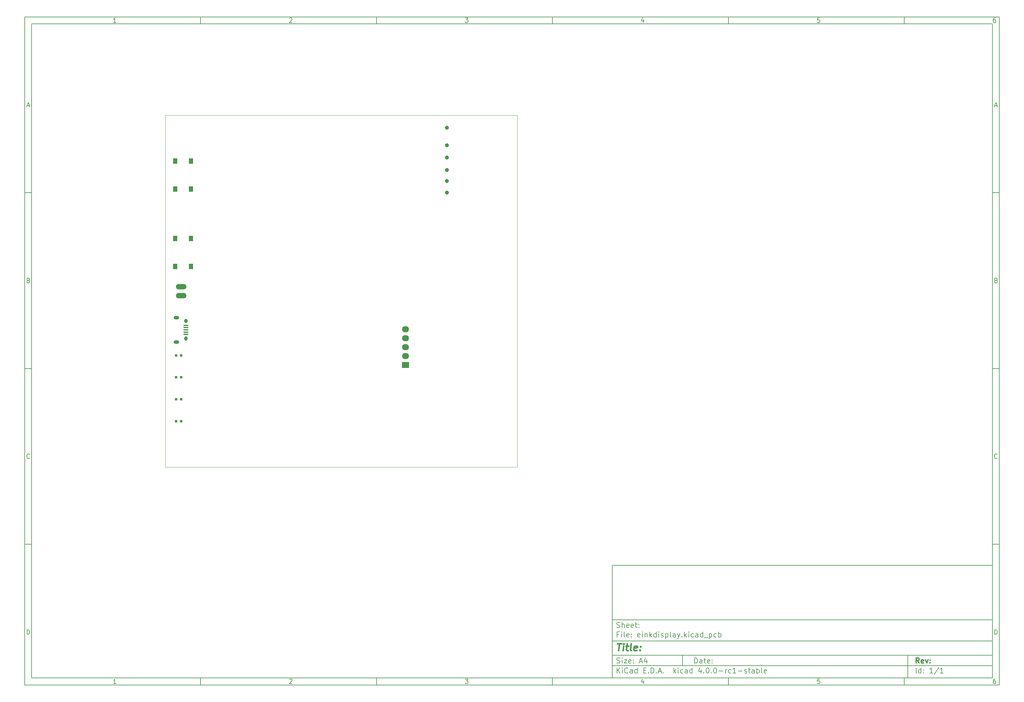
<source format=gbs>
G04 #@! TF.FileFunction,Soldermask,Bot*
%FSLAX46Y46*%
G04 Gerber Fmt 4.6, Leading zero omitted, Abs format (unit mm)*
G04 Created by KiCad (PCBNEW 4.0.0-rc1-stable) date Tue 08 Dec 2015 07:53:02 AM PST*
%MOMM*%
G01*
G04 APERTURE LIST*
%ADD10C,0.100000*%
%ADD11C,0.150000*%
%ADD12C,0.300000*%
%ADD13C,0.400000*%
%ADD14R,0.797560X0.797560*%
%ADD15R,1.300000X1.550000*%
%ADD16O,0.950000X1.250000*%
%ADD17O,1.550000X1.000000*%
%ADD18O,3.014980X1.506220*%
%ADD19R,1.350000X0.400000*%
%ADD20R,2.032000X1.727200*%
%ADD21O,2.032000X1.727200*%
%ADD22C,1.143000*%
G04 APERTURE END LIST*
D10*
D11*
X177002200Y-166007200D02*
X177002200Y-198007200D01*
X285002200Y-198007200D01*
X285002200Y-166007200D01*
X177002200Y-166007200D01*
D10*
D11*
X10000000Y-10000000D02*
X10000000Y-200007200D01*
X287002200Y-200007200D01*
X287002200Y-10000000D01*
X10000000Y-10000000D01*
D10*
D11*
X12000000Y-12000000D02*
X12000000Y-198007200D01*
X285002200Y-198007200D01*
X285002200Y-12000000D01*
X12000000Y-12000000D01*
D10*
D11*
X60000000Y-12000000D02*
X60000000Y-10000000D01*
D10*
D11*
X110000000Y-12000000D02*
X110000000Y-10000000D01*
D10*
D11*
X160000000Y-12000000D02*
X160000000Y-10000000D01*
D10*
D11*
X210000000Y-12000000D02*
X210000000Y-10000000D01*
D10*
D11*
X260000000Y-12000000D02*
X260000000Y-10000000D01*
D10*
D11*
X35990476Y-11588095D02*
X35247619Y-11588095D01*
X35619048Y-11588095D02*
X35619048Y-10288095D01*
X35495238Y-10473810D01*
X35371429Y-10597619D01*
X35247619Y-10659524D01*
D10*
D11*
X85247619Y-10411905D02*
X85309524Y-10350000D01*
X85433333Y-10288095D01*
X85742857Y-10288095D01*
X85866667Y-10350000D01*
X85928571Y-10411905D01*
X85990476Y-10535714D01*
X85990476Y-10659524D01*
X85928571Y-10845238D01*
X85185714Y-11588095D01*
X85990476Y-11588095D01*
D10*
D11*
X135185714Y-10288095D02*
X135990476Y-10288095D01*
X135557143Y-10783333D01*
X135742857Y-10783333D01*
X135866667Y-10845238D01*
X135928571Y-10907143D01*
X135990476Y-11030952D01*
X135990476Y-11340476D01*
X135928571Y-11464286D01*
X135866667Y-11526190D01*
X135742857Y-11588095D01*
X135371429Y-11588095D01*
X135247619Y-11526190D01*
X135185714Y-11464286D01*
D10*
D11*
X185866667Y-10721429D02*
X185866667Y-11588095D01*
X185557143Y-10226190D02*
X185247619Y-11154762D01*
X186052381Y-11154762D01*
D10*
D11*
X235928571Y-10288095D02*
X235309524Y-10288095D01*
X235247619Y-10907143D01*
X235309524Y-10845238D01*
X235433333Y-10783333D01*
X235742857Y-10783333D01*
X235866667Y-10845238D01*
X235928571Y-10907143D01*
X235990476Y-11030952D01*
X235990476Y-11340476D01*
X235928571Y-11464286D01*
X235866667Y-11526190D01*
X235742857Y-11588095D01*
X235433333Y-11588095D01*
X235309524Y-11526190D01*
X235247619Y-11464286D01*
D10*
D11*
X285866667Y-10288095D02*
X285619048Y-10288095D01*
X285495238Y-10350000D01*
X285433333Y-10411905D01*
X285309524Y-10597619D01*
X285247619Y-10845238D01*
X285247619Y-11340476D01*
X285309524Y-11464286D01*
X285371429Y-11526190D01*
X285495238Y-11588095D01*
X285742857Y-11588095D01*
X285866667Y-11526190D01*
X285928571Y-11464286D01*
X285990476Y-11340476D01*
X285990476Y-11030952D01*
X285928571Y-10907143D01*
X285866667Y-10845238D01*
X285742857Y-10783333D01*
X285495238Y-10783333D01*
X285371429Y-10845238D01*
X285309524Y-10907143D01*
X285247619Y-11030952D01*
D10*
D11*
X60000000Y-198007200D02*
X60000000Y-200007200D01*
D10*
D11*
X110000000Y-198007200D02*
X110000000Y-200007200D01*
D10*
D11*
X160000000Y-198007200D02*
X160000000Y-200007200D01*
D10*
D11*
X210000000Y-198007200D02*
X210000000Y-200007200D01*
D10*
D11*
X260000000Y-198007200D02*
X260000000Y-200007200D01*
D10*
D11*
X35990476Y-199595295D02*
X35247619Y-199595295D01*
X35619048Y-199595295D02*
X35619048Y-198295295D01*
X35495238Y-198481010D01*
X35371429Y-198604819D01*
X35247619Y-198666724D01*
D10*
D11*
X85247619Y-198419105D02*
X85309524Y-198357200D01*
X85433333Y-198295295D01*
X85742857Y-198295295D01*
X85866667Y-198357200D01*
X85928571Y-198419105D01*
X85990476Y-198542914D01*
X85990476Y-198666724D01*
X85928571Y-198852438D01*
X85185714Y-199595295D01*
X85990476Y-199595295D01*
D10*
D11*
X135185714Y-198295295D02*
X135990476Y-198295295D01*
X135557143Y-198790533D01*
X135742857Y-198790533D01*
X135866667Y-198852438D01*
X135928571Y-198914343D01*
X135990476Y-199038152D01*
X135990476Y-199347676D01*
X135928571Y-199471486D01*
X135866667Y-199533390D01*
X135742857Y-199595295D01*
X135371429Y-199595295D01*
X135247619Y-199533390D01*
X135185714Y-199471486D01*
D10*
D11*
X185866667Y-198728629D02*
X185866667Y-199595295D01*
X185557143Y-198233390D02*
X185247619Y-199161962D01*
X186052381Y-199161962D01*
D10*
D11*
X235928571Y-198295295D02*
X235309524Y-198295295D01*
X235247619Y-198914343D01*
X235309524Y-198852438D01*
X235433333Y-198790533D01*
X235742857Y-198790533D01*
X235866667Y-198852438D01*
X235928571Y-198914343D01*
X235990476Y-199038152D01*
X235990476Y-199347676D01*
X235928571Y-199471486D01*
X235866667Y-199533390D01*
X235742857Y-199595295D01*
X235433333Y-199595295D01*
X235309524Y-199533390D01*
X235247619Y-199471486D01*
D10*
D11*
X285866667Y-198295295D02*
X285619048Y-198295295D01*
X285495238Y-198357200D01*
X285433333Y-198419105D01*
X285309524Y-198604819D01*
X285247619Y-198852438D01*
X285247619Y-199347676D01*
X285309524Y-199471486D01*
X285371429Y-199533390D01*
X285495238Y-199595295D01*
X285742857Y-199595295D01*
X285866667Y-199533390D01*
X285928571Y-199471486D01*
X285990476Y-199347676D01*
X285990476Y-199038152D01*
X285928571Y-198914343D01*
X285866667Y-198852438D01*
X285742857Y-198790533D01*
X285495238Y-198790533D01*
X285371429Y-198852438D01*
X285309524Y-198914343D01*
X285247619Y-199038152D01*
D10*
D11*
X10000000Y-60000000D02*
X12000000Y-60000000D01*
D10*
D11*
X10000000Y-110000000D02*
X12000000Y-110000000D01*
D10*
D11*
X10000000Y-160000000D02*
X12000000Y-160000000D01*
D10*
D11*
X10690476Y-35216667D02*
X11309524Y-35216667D01*
X10566667Y-35588095D02*
X11000000Y-34288095D01*
X11433333Y-35588095D01*
D10*
D11*
X11092857Y-84907143D02*
X11278571Y-84969048D01*
X11340476Y-85030952D01*
X11402381Y-85154762D01*
X11402381Y-85340476D01*
X11340476Y-85464286D01*
X11278571Y-85526190D01*
X11154762Y-85588095D01*
X10659524Y-85588095D01*
X10659524Y-84288095D01*
X11092857Y-84288095D01*
X11216667Y-84350000D01*
X11278571Y-84411905D01*
X11340476Y-84535714D01*
X11340476Y-84659524D01*
X11278571Y-84783333D01*
X11216667Y-84845238D01*
X11092857Y-84907143D01*
X10659524Y-84907143D01*
D10*
D11*
X11402381Y-135464286D02*
X11340476Y-135526190D01*
X11154762Y-135588095D01*
X11030952Y-135588095D01*
X10845238Y-135526190D01*
X10721429Y-135402381D01*
X10659524Y-135278571D01*
X10597619Y-135030952D01*
X10597619Y-134845238D01*
X10659524Y-134597619D01*
X10721429Y-134473810D01*
X10845238Y-134350000D01*
X11030952Y-134288095D01*
X11154762Y-134288095D01*
X11340476Y-134350000D01*
X11402381Y-134411905D01*
D10*
D11*
X10659524Y-185588095D02*
X10659524Y-184288095D01*
X10969048Y-184288095D01*
X11154762Y-184350000D01*
X11278571Y-184473810D01*
X11340476Y-184597619D01*
X11402381Y-184845238D01*
X11402381Y-185030952D01*
X11340476Y-185278571D01*
X11278571Y-185402381D01*
X11154762Y-185526190D01*
X10969048Y-185588095D01*
X10659524Y-185588095D01*
D10*
D11*
X287002200Y-60000000D02*
X285002200Y-60000000D01*
D10*
D11*
X287002200Y-110000000D02*
X285002200Y-110000000D01*
D10*
D11*
X287002200Y-160000000D02*
X285002200Y-160000000D01*
D10*
D11*
X285692676Y-35216667D02*
X286311724Y-35216667D01*
X285568867Y-35588095D02*
X286002200Y-34288095D01*
X286435533Y-35588095D01*
D10*
D11*
X286095057Y-84907143D02*
X286280771Y-84969048D01*
X286342676Y-85030952D01*
X286404581Y-85154762D01*
X286404581Y-85340476D01*
X286342676Y-85464286D01*
X286280771Y-85526190D01*
X286156962Y-85588095D01*
X285661724Y-85588095D01*
X285661724Y-84288095D01*
X286095057Y-84288095D01*
X286218867Y-84350000D01*
X286280771Y-84411905D01*
X286342676Y-84535714D01*
X286342676Y-84659524D01*
X286280771Y-84783333D01*
X286218867Y-84845238D01*
X286095057Y-84907143D01*
X285661724Y-84907143D01*
D10*
D11*
X286404581Y-135464286D02*
X286342676Y-135526190D01*
X286156962Y-135588095D01*
X286033152Y-135588095D01*
X285847438Y-135526190D01*
X285723629Y-135402381D01*
X285661724Y-135278571D01*
X285599819Y-135030952D01*
X285599819Y-134845238D01*
X285661724Y-134597619D01*
X285723629Y-134473810D01*
X285847438Y-134350000D01*
X286033152Y-134288095D01*
X286156962Y-134288095D01*
X286342676Y-134350000D01*
X286404581Y-134411905D01*
D10*
D11*
X285661724Y-185588095D02*
X285661724Y-184288095D01*
X285971248Y-184288095D01*
X286156962Y-184350000D01*
X286280771Y-184473810D01*
X286342676Y-184597619D01*
X286404581Y-184845238D01*
X286404581Y-185030952D01*
X286342676Y-185278571D01*
X286280771Y-185402381D01*
X286156962Y-185526190D01*
X285971248Y-185588095D01*
X285661724Y-185588095D01*
D10*
D11*
X200359343Y-193785771D02*
X200359343Y-192285771D01*
X200716486Y-192285771D01*
X200930771Y-192357200D01*
X201073629Y-192500057D01*
X201145057Y-192642914D01*
X201216486Y-192928629D01*
X201216486Y-193142914D01*
X201145057Y-193428629D01*
X201073629Y-193571486D01*
X200930771Y-193714343D01*
X200716486Y-193785771D01*
X200359343Y-193785771D01*
X202502200Y-193785771D02*
X202502200Y-193000057D01*
X202430771Y-192857200D01*
X202287914Y-192785771D01*
X202002200Y-192785771D01*
X201859343Y-192857200D01*
X202502200Y-193714343D02*
X202359343Y-193785771D01*
X202002200Y-193785771D01*
X201859343Y-193714343D01*
X201787914Y-193571486D01*
X201787914Y-193428629D01*
X201859343Y-193285771D01*
X202002200Y-193214343D01*
X202359343Y-193214343D01*
X202502200Y-193142914D01*
X203002200Y-192785771D02*
X203573629Y-192785771D01*
X203216486Y-192285771D02*
X203216486Y-193571486D01*
X203287914Y-193714343D01*
X203430772Y-193785771D01*
X203573629Y-193785771D01*
X204645057Y-193714343D02*
X204502200Y-193785771D01*
X204216486Y-193785771D01*
X204073629Y-193714343D01*
X204002200Y-193571486D01*
X204002200Y-193000057D01*
X204073629Y-192857200D01*
X204216486Y-192785771D01*
X204502200Y-192785771D01*
X204645057Y-192857200D01*
X204716486Y-193000057D01*
X204716486Y-193142914D01*
X204002200Y-193285771D01*
X205359343Y-193642914D02*
X205430771Y-193714343D01*
X205359343Y-193785771D01*
X205287914Y-193714343D01*
X205359343Y-193642914D01*
X205359343Y-193785771D01*
X205359343Y-192857200D02*
X205430771Y-192928629D01*
X205359343Y-193000057D01*
X205287914Y-192928629D01*
X205359343Y-192857200D01*
X205359343Y-193000057D01*
D10*
D11*
X177002200Y-194507200D02*
X285002200Y-194507200D01*
D10*
D11*
X178359343Y-196585771D02*
X178359343Y-195085771D01*
X179216486Y-196585771D02*
X178573629Y-195728629D01*
X179216486Y-195085771D02*
X178359343Y-195942914D01*
X179859343Y-196585771D02*
X179859343Y-195585771D01*
X179859343Y-195085771D02*
X179787914Y-195157200D01*
X179859343Y-195228629D01*
X179930771Y-195157200D01*
X179859343Y-195085771D01*
X179859343Y-195228629D01*
X181430772Y-196442914D02*
X181359343Y-196514343D01*
X181145057Y-196585771D01*
X181002200Y-196585771D01*
X180787915Y-196514343D01*
X180645057Y-196371486D01*
X180573629Y-196228629D01*
X180502200Y-195942914D01*
X180502200Y-195728629D01*
X180573629Y-195442914D01*
X180645057Y-195300057D01*
X180787915Y-195157200D01*
X181002200Y-195085771D01*
X181145057Y-195085771D01*
X181359343Y-195157200D01*
X181430772Y-195228629D01*
X182716486Y-196585771D02*
X182716486Y-195800057D01*
X182645057Y-195657200D01*
X182502200Y-195585771D01*
X182216486Y-195585771D01*
X182073629Y-195657200D01*
X182716486Y-196514343D02*
X182573629Y-196585771D01*
X182216486Y-196585771D01*
X182073629Y-196514343D01*
X182002200Y-196371486D01*
X182002200Y-196228629D01*
X182073629Y-196085771D01*
X182216486Y-196014343D01*
X182573629Y-196014343D01*
X182716486Y-195942914D01*
X184073629Y-196585771D02*
X184073629Y-195085771D01*
X184073629Y-196514343D02*
X183930772Y-196585771D01*
X183645058Y-196585771D01*
X183502200Y-196514343D01*
X183430772Y-196442914D01*
X183359343Y-196300057D01*
X183359343Y-195871486D01*
X183430772Y-195728629D01*
X183502200Y-195657200D01*
X183645058Y-195585771D01*
X183930772Y-195585771D01*
X184073629Y-195657200D01*
X185930772Y-195800057D02*
X186430772Y-195800057D01*
X186645058Y-196585771D02*
X185930772Y-196585771D01*
X185930772Y-195085771D01*
X186645058Y-195085771D01*
X187287915Y-196442914D02*
X187359343Y-196514343D01*
X187287915Y-196585771D01*
X187216486Y-196514343D01*
X187287915Y-196442914D01*
X187287915Y-196585771D01*
X188002201Y-196585771D02*
X188002201Y-195085771D01*
X188359344Y-195085771D01*
X188573629Y-195157200D01*
X188716487Y-195300057D01*
X188787915Y-195442914D01*
X188859344Y-195728629D01*
X188859344Y-195942914D01*
X188787915Y-196228629D01*
X188716487Y-196371486D01*
X188573629Y-196514343D01*
X188359344Y-196585771D01*
X188002201Y-196585771D01*
X189502201Y-196442914D02*
X189573629Y-196514343D01*
X189502201Y-196585771D01*
X189430772Y-196514343D01*
X189502201Y-196442914D01*
X189502201Y-196585771D01*
X190145058Y-196157200D02*
X190859344Y-196157200D01*
X190002201Y-196585771D02*
X190502201Y-195085771D01*
X191002201Y-196585771D01*
X191502201Y-196442914D02*
X191573629Y-196514343D01*
X191502201Y-196585771D01*
X191430772Y-196514343D01*
X191502201Y-196442914D01*
X191502201Y-196585771D01*
X194502201Y-196585771D02*
X194502201Y-195085771D01*
X194645058Y-196014343D02*
X195073629Y-196585771D01*
X195073629Y-195585771D02*
X194502201Y-196157200D01*
X195716487Y-196585771D02*
X195716487Y-195585771D01*
X195716487Y-195085771D02*
X195645058Y-195157200D01*
X195716487Y-195228629D01*
X195787915Y-195157200D01*
X195716487Y-195085771D01*
X195716487Y-195228629D01*
X197073630Y-196514343D02*
X196930773Y-196585771D01*
X196645059Y-196585771D01*
X196502201Y-196514343D01*
X196430773Y-196442914D01*
X196359344Y-196300057D01*
X196359344Y-195871486D01*
X196430773Y-195728629D01*
X196502201Y-195657200D01*
X196645059Y-195585771D01*
X196930773Y-195585771D01*
X197073630Y-195657200D01*
X198359344Y-196585771D02*
X198359344Y-195800057D01*
X198287915Y-195657200D01*
X198145058Y-195585771D01*
X197859344Y-195585771D01*
X197716487Y-195657200D01*
X198359344Y-196514343D02*
X198216487Y-196585771D01*
X197859344Y-196585771D01*
X197716487Y-196514343D01*
X197645058Y-196371486D01*
X197645058Y-196228629D01*
X197716487Y-196085771D01*
X197859344Y-196014343D01*
X198216487Y-196014343D01*
X198359344Y-195942914D01*
X199716487Y-196585771D02*
X199716487Y-195085771D01*
X199716487Y-196514343D02*
X199573630Y-196585771D01*
X199287916Y-196585771D01*
X199145058Y-196514343D01*
X199073630Y-196442914D01*
X199002201Y-196300057D01*
X199002201Y-195871486D01*
X199073630Y-195728629D01*
X199145058Y-195657200D01*
X199287916Y-195585771D01*
X199573630Y-195585771D01*
X199716487Y-195657200D01*
X202216487Y-195585771D02*
X202216487Y-196585771D01*
X201859344Y-195014343D02*
X201502201Y-196085771D01*
X202430773Y-196085771D01*
X203002201Y-196442914D02*
X203073629Y-196514343D01*
X203002201Y-196585771D01*
X202930772Y-196514343D01*
X203002201Y-196442914D01*
X203002201Y-196585771D01*
X204002201Y-195085771D02*
X204145058Y-195085771D01*
X204287915Y-195157200D01*
X204359344Y-195228629D01*
X204430773Y-195371486D01*
X204502201Y-195657200D01*
X204502201Y-196014343D01*
X204430773Y-196300057D01*
X204359344Y-196442914D01*
X204287915Y-196514343D01*
X204145058Y-196585771D01*
X204002201Y-196585771D01*
X203859344Y-196514343D01*
X203787915Y-196442914D01*
X203716487Y-196300057D01*
X203645058Y-196014343D01*
X203645058Y-195657200D01*
X203716487Y-195371486D01*
X203787915Y-195228629D01*
X203859344Y-195157200D01*
X204002201Y-195085771D01*
X205145058Y-196442914D02*
X205216486Y-196514343D01*
X205145058Y-196585771D01*
X205073629Y-196514343D01*
X205145058Y-196442914D01*
X205145058Y-196585771D01*
X206145058Y-195085771D02*
X206287915Y-195085771D01*
X206430772Y-195157200D01*
X206502201Y-195228629D01*
X206573630Y-195371486D01*
X206645058Y-195657200D01*
X206645058Y-196014343D01*
X206573630Y-196300057D01*
X206502201Y-196442914D01*
X206430772Y-196514343D01*
X206287915Y-196585771D01*
X206145058Y-196585771D01*
X206002201Y-196514343D01*
X205930772Y-196442914D01*
X205859344Y-196300057D01*
X205787915Y-196014343D01*
X205787915Y-195657200D01*
X205859344Y-195371486D01*
X205930772Y-195228629D01*
X206002201Y-195157200D01*
X206145058Y-195085771D01*
X207287915Y-196014343D02*
X208430772Y-196014343D01*
X209145058Y-196585771D02*
X209145058Y-195585771D01*
X209145058Y-195871486D02*
X209216486Y-195728629D01*
X209287915Y-195657200D01*
X209430772Y-195585771D01*
X209573629Y-195585771D01*
X210716486Y-196514343D02*
X210573629Y-196585771D01*
X210287915Y-196585771D01*
X210145057Y-196514343D01*
X210073629Y-196442914D01*
X210002200Y-196300057D01*
X210002200Y-195871486D01*
X210073629Y-195728629D01*
X210145057Y-195657200D01*
X210287915Y-195585771D01*
X210573629Y-195585771D01*
X210716486Y-195657200D01*
X212145057Y-196585771D02*
X211287914Y-196585771D01*
X211716486Y-196585771D02*
X211716486Y-195085771D01*
X211573629Y-195300057D01*
X211430771Y-195442914D01*
X211287914Y-195514343D01*
X212787914Y-196014343D02*
X213930771Y-196014343D01*
X214573628Y-196514343D02*
X214716485Y-196585771D01*
X215002200Y-196585771D01*
X215145057Y-196514343D01*
X215216485Y-196371486D01*
X215216485Y-196300057D01*
X215145057Y-196157200D01*
X215002200Y-196085771D01*
X214787914Y-196085771D01*
X214645057Y-196014343D01*
X214573628Y-195871486D01*
X214573628Y-195800057D01*
X214645057Y-195657200D01*
X214787914Y-195585771D01*
X215002200Y-195585771D01*
X215145057Y-195657200D01*
X215645057Y-195585771D02*
X216216486Y-195585771D01*
X215859343Y-195085771D02*
X215859343Y-196371486D01*
X215930771Y-196514343D01*
X216073629Y-196585771D01*
X216216486Y-196585771D01*
X217359343Y-196585771D02*
X217359343Y-195800057D01*
X217287914Y-195657200D01*
X217145057Y-195585771D01*
X216859343Y-195585771D01*
X216716486Y-195657200D01*
X217359343Y-196514343D02*
X217216486Y-196585771D01*
X216859343Y-196585771D01*
X216716486Y-196514343D01*
X216645057Y-196371486D01*
X216645057Y-196228629D01*
X216716486Y-196085771D01*
X216859343Y-196014343D01*
X217216486Y-196014343D01*
X217359343Y-195942914D01*
X218073629Y-196585771D02*
X218073629Y-195085771D01*
X218073629Y-195657200D02*
X218216486Y-195585771D01*
X218502200Y-195585771D01*
X218645057Y-195657200D01*
X218716486Y-195728629D01*
X218787915Y-195871486D01*
X218787915Y-196300057D01*
X218716486Y-196442914D01*
X218645057Y-196514343D01*
X218502200Y-196585771D01*
X218216486Y-196585771D01*
X218073629Y-196514343D01*
X219645058Y-196585771D02*
X219502200Y-196514343D01*
X219430772Y-196371486D01*
X219430772Y-195085771D01*
X220787914Y-196514343D02*
X220645057Y-196585771D01*
X220359343Y-196585771D01*
X220216486Y-196514343D01*
X220145057Y-196371486D01*
X220145057Y-195800057D01*
X220216486Y-195657200D01*
X220359343Y-195585771D01*
X220645057Y-195585771D01*
X220787914Y-195657200D01*
X220859343Y-195800057D01*
X220859343Y-195942914D01*
X220145057Y-196085771D01*
D10*
D11*
X177002200Y-191507200D02*
X285002200Y-191507200D01*
D10*
D12*
X264216486Y-193785771D02*
X263716486Y-193071486D01*
X263359343Y-193785771D02*
X263359343Y-192285771D01*
X263930771Y-192285771D01*
X264073629Y-192357200D01*
X264145057Y-192428629D01*
X264216486Y-192571486D01*
X264216486Y-192785771D01*
X264145057Y-192928629D01*
X264073629Y-193000057D01*
X263930771Y-193071486D01*
X263359343Y-193071486D01*
X265430771Y-193714343D02*
X265287914Y-193785771D01*
X265002200Y-193785771D01*
X264859343Y-193714343D01*
X264787914Y-193571486D01*
X264787914Y-193000057D01*
X264859343Y-192857200D01*
X265002200Y-192785771D01*
X265287914Y-192785771D01*
X265430771Y-192857200D01*
X265502200Y-193000057D01*
X265502200Y-193142914D01*
X264787914Y-193285771D01*
X266002200Y-192785771D02*
X266359343Y-193785771D01*
X266716485Y-192785771D01*
X267287914Y-193642914D02*
X267359342Y-193714343D01*
X267287914Y-193785771D01*
X267216485Y-193714343D01*
X267287914Y-193642914D01*
X267287914Y-193785771D01*
X267287914Y-192857200D02*
X267359342Y-192928629D01*
X267287914Y-193000057D01*
X267216485Y-192928629D01*
X267287914Y-192857200D01*
X267287914Y-193000057D01*
D10*
D11*
X178287914Y-193714343D02*
X178502200Y-193785771D01*
X178859343Y-193785771D01*
X179002200Y-193714343D01*
X179073629Y-193642914D01*
X179145057Y-193500057D01*
X179145057Y-193357200D01*
X179073629Y-193214343D01*
X179002200Y-193142914D01*
X178859343Y-193071486D01*
X178573629Y-193000057D01*
X178430771Y-192928629D01*
X178359343Y-192857200D01*
X178287914Y-192714343D01*
X178287914Y-192571486D01*
X178359343Y-192428629D01*
X178430771Y-192357200D01*
X178573629Y-192285771D01*
X178930771Y-192285771D01*
X179145057Y-192357200D01*
X179787914Y-193785771D02*
X179787914Y-192785771D01*
X179787914Y-192285771D02*
X179716485Y-192357200D01*
X179787914Y-192428629D01*
X179859342Y-192357200D01*
X179787914Y-192285771D01*
X179787914Y-192428629D01*
X180359343Y-192785771D02*
X181145057Y-192785771D01*
X180359343Y-193785771D01*
X181145057Y-193785771D01*
X182287914Y-193714343D02*
X182145057Y-193785771D01*
X181859343Y-193785771D01*
X181716486Y-193714343D01*
X181645057Y-193571486D01*
X181645057Y-193000057D01*
X181716486Y-192857200D01*
X181859343Y-192785771D01*
X182145057Y-192785771D01*
X182287914Y-192857200D01*
X182359343Y-193000057D01*
X182359343Y-193142914D01*
X181645057Y-193285771D01*
X183002200Y-193642914D02*
X183073628Y-193714343D01*
X183002200Y-193785771D01*
X182930771Y-193714343D01*
X183002200Y-193642914D01*
X183002200Y-193785771D01*
X183002200Y-192857200D02*
X183073628Y-192928629D01*
X183002200Y-193000057D01*
X182930771Y-192928629D01*
X183002200Y-192857200D01*
X183002200Y-193000057D01*
X184787914Y-193357200D02*
X185502200Y-193357200D01*
X184645057Y-193785771D02*
X185145057Y-192285771D01*
X185645057Y-193785771D01*
X186787914Y-192785771D02*
X186787914Y-193785771D01*
X186430771Y-192214343D02*
X186073628Y-193285771D01*
X187002200Y-193285771D01*
D10*
D11*
X263359343Y-196585771D02*
X263359343Y-195085771D01*
X264716486Y-196585771D02*
X264716486Y-195085771D01*
X264716486Y-196514343D02*
X264573629Y-196585771D01*
X264287915Y-196585771D01*
X264145057Y-196514343D01*
X264073629Y-196442914D01*
X264002200Y-196300057D01*
X264002200Y-195871486D01*
X264073629Y-195728629D01*
X264145057Y-195657200D01*
X264287915Y-195585771D01*
X264573629Y-195585771D01*
X264716486Y-195657200D01*
X265430772Y-196442914D02*
X265502200Y-196514343D01*
X265430772Y-196585771D01*
X265359343Y-196514343D01*
X265430772Y-196442914D01*
X265430772Y-196585771D01*
X265430772Y-195657200D02*
X265502200Y-195728629D01*
X265430772Y-195800057D01*
X265359343Y-195728629D01*
X265430772Y-195657200D01*
X265430772Y-195800057D01*
X268073629Y-196585771D02*
X267216486Y-196585771D01*
X267645058Y-196585771D02*
X267645058Y-195085771D01*
X267502201Y-195300057D01*
X267359343Y-195442914D01*
X267216486Y-195514343D01*
X269787914Y-195014343D02*
X268502200Y-196942914D01*
X271073629Y-196585771D02*
X270216486Y-196585771D01*
X270645058Y-196585771D02*
X270645058Y-195085771D01*
X270502201Y-195300057D01*
X270359343Y-195442914D01*
X270216486Y-195514343D01*
D10*
D11*
X177002200Y-187507200D02*
X285002200Y-187507200D01*
D10*
D13*
X178454581Y-188211962D02*
X179597438Y-188211962D01*
X178776010Y-190211962D02*
X179026010Y-188211962D01*
X180014105Y-190211962D02*
X180180771Y-188878629D01*
X180264105Y-188211962D02*
X180156962Y-188307200D01*
X180240295Y-188402438D01*
X180347439Y-188307200D01*
X180264105Y-188211962D01*
X180240295Y-188402438D01*
X180847438Y-188878629D02*
X181609343Y-188878629D01*
X181216486Y-188211962D02*
X181002200Y-189926248D01*
X181073630Y-190116724D01*
X181252201Y-190211962D01*
X181442677Y-190211962D01*
X182395058Y-190211962D02*
X182216487Y-190116724D01*
X182145057Y-189926248D01*
X182359343Y-188211962D01*
X183930772Y-190116724D02*
X183728391Y-190211962D01*
X183347439Y-190211962D01*
X183168867Y-190116724D01*
X183097438Y-189926248D01*
X183192676Y-189164343D01*
X183311724Y-188973867D01*
X183514105Y-188878629D01*
X183895057Y-188878629D01*
X184073629Y-188973867D01*
X184145057Y-189164343D01*
X184121248Y-189354819D01*
X183145057Y-189545295D01*
X184895057Y-190021486D02*
X184978392Y-190116724D01*
X184871248Y-190211962D01*
X184787915Y-190116724D01*
X184895057Y-190021486D01*
X184871248Y-190211962D01*
X185026010Y-188973867D02*
X185109344Y-189069105D01*
X185002200Y-189164343D01*
X184918867Y-189069105D01*
X185026010Y-188973867D01*
X185002200Y-189164343D01*
D10*
D11*
X178859343Y-185600057D02*
X178359343Y-185600057D01*
X178359343Y-186385771D02*
X178359343Y-184885771D01*
X179073629Y-184885771D01*
X179645057Y-186385771D02*
X179645057Y-185385771D01*
X179645057Y-184885771D02*
X179573628Y-184957200D01*
X179645057Y-185028629D01*
X179716485Y-184957200D01*
X179645057Y-184885771D01*
X179645057Y-185028629D01*
X180573629Y-186385771D02*
X180430771Y-186314343D01*
X180359343Y-186171486D01*
X180359343Y-184885771D01*
X181716485Y-186314343D02*
X181573628Y-186385771D01*
X181287914Y-186385771D01*
X181145057Y-186314343D01*
X181073628Y-186171486D01*
X181073628Y-185600057D01*
X181145057Y-185457200D01*
X181287914Y-185385771D01*
X181573628Y-185385771D01*
X181716485Y-185457200D01*
X181787914Y-185600057D01*
X181787914Y-185742914D01*
X181073628Y-185885771D01*
X182430771Y-186242914D02*
X182502199Y-186314343D01*
X182430771Y-186385771D01*
X182359342Y-186314343D01*
X182430771Y-186242914D01*
X182430771Y-186385771D01*
X182430771Y-185457200D02*
X182502199Y-185528629D01*
X182430771Y-185600057D01*
X182359342Y-185528629D01*
X182430771Y-185457200D01*
X182430771Y-185600057D01*
X184859342Y-186314343D02*
X184716485Y-186385771D01*
X184430771Y-186385771D01*
X184287914Y-186314343D01*
X184216485Y-186171486D01*
X184216485Y-185600057D01*
X184287914Y-185457200D01*
X184430771Y-185385771D01*
X184716485Y-185385771D01*
X184859342Y-185457200D01*
X184930771Y-185600057D01*
X184930771Y-185742914D01*
X184216485Y-185885771D01*
X185573628Y-186385771D02*
X185573628Y-185385771D01*
X185573628Y-184885771D02*
X185502199Y-184957200D01*
X185573628Y-185028629D01*
X185645056Y-184957200D01*
X185573628Y-184885771D01*
X185573628Y-185028629D01*
X186287914Y-185385771D02*
X186287914Y-186385771D01*
X186287914Y-185528629D02*
X186359342Y-185457200D01*
X186502200Y-185385771D01*
X186716485Y-185385771D01*
X186859342Y-185457200D01*
X186930771Y-185600057D01*
X186930771Y-186385771D01*
X187645057Y-186385771D02*
X187645057Y-184885771D01*
X187787914Y-185814343D02*
X188216485Y-186385771D01*
X188216485Y-185385771D02*
X187645057Y-185957200D01*
X189502200Y-186385771D02*
X189502200Y-184885771D01*
X189502200Y-186314343D02*
X189359343Y-186385771D01*
X189073629Y-186385771D01*
X188930771Y-186314343D01*
X188859343Y-186242914D01*
X188787914Y-186100057D01*
X188787914Y-185671486D01*
X188859343Y-185528629D01*
X188930771Y-185457200D01*
X189073629Y-185385771D01*
X189359343Y-185385771D01*
X189502200Y-185457200D01*
X190216486Y-186385771D02*
X190216486Y-185385771D01*
X190216486Y-184885771D02*
X190145057Y-184957200D01*
X190216486Y-185028629D01*
X190287914Y-184957200D01*
X190216486Y-184885771D01*
X190216486Y-185028629D01*
X190859343Y-186314343D02*
X191002200Y-186385771D01*
X191287915Y-186385771D01*
X191430772Y-186314343D01*
X191502200Y-186171486D01*
X191502200Y-186100057D01*
X191430772Y-185957200D01*
X191287915Y-185885771D01*
X191073629Y-185885771D01*
X190930772Y-185814343D01*
X190859343Y-185671486D01*
X190859343Y-185600057D01*
X190930772Y-185457200D01*
X191073629Y-185385771D01*
X191287915Y-185385771D01*
X191430772Y-185457200D01*
X192145058Y-185385771D02*
X192145058Y-186885771D01*
X192145058Y-185457200D02*
X192287915Y-185385771D01*
X192573629Y-185385771D01*
X192716486Y-185457200D01*
X192787915Y-185528629D01*
X192859344Y-185671486D01*
X192859344Y-186100057D01*
X192787915Y-186242914D01*
X192716486Y-186314343D01*
X192573629Y-186385771D01*
X192287915Y-186385771D01*
X192145058Y-186314343D01*
X193716487Y-186385771D02*
X193573629Y-186314343D01*
X193502201Y-186171486D01*
X193502201Y-184885771D01*
X194930772Y-186385771D02*
X194930772Y-185600057D01*
X194859343Y-185457200D01*
X194716486Y-185385771D01*
X194430772Y-185385771D01*
X194287915Y-185457200D01*
X194930772Y-186314343D02*
X194787915Y-186385771D01*
X194430772Y-186385771D01*
X194287915Y-186314343D01*
X194216486Y-186171486D01*
X194216486Y-186028629D01*
X194287915Y-185885771D01*
X194430772Y-185814343D01*
X194787915Y-185814343D01*
X194930772Y-185742914D01*
X195502201Y-185385771D02*
X195859344Y-186385771D01*
X196216486Y-185385771D02*
X195859344Y-186385771D01*
X195716486Y-186742914D01*
X195645058Y-186814343D01*
X195502201Y-186885771D01*
X196787915Y-186242914D02*
X196859343Y-186314343D01*
X196787915Y-186385771D01*
X196716486Y-186314343D01*
X196787915Y-186242914D01*
X196787915Y-186385771D01*
X197502201Y-186385771D02*
X197502201Y-184885771D01*
X197645058Y-185814343D02*
X198073629Y-186385771D01*
X198073629Y-185385771D02*
X197502201Y-185957200D01*
X198716487Y-186385771D02*
X198716487Y-185385771D01*
X198716487Y-184885771D02*
X198645058Y-184957200D01*
X198716487Y-185028629D01*
X198787915Y-184957200D01*
X198716487Y-184885771D01*
X198716487Y-185028629D01*
X200073630Y-186314343D02*
X199930773Y-186385771D01*
X199645059Y-186385771D01*
X199502201Y-186314343D01*
X199430773Y-186242914D01*
X199359344Y-186100057D01*
X199359344Y-185671486D01*
X199430773Y-185528629D01*
X199502201Y-185457200D01*
X199645059Y-185385771D01*
X199930773Y-185385771D01*
X200073630Y-185457200D01*
X201359344Y-186385771D02*
X201359344Y-185600057D01*
X201287915Y-185457200D01*
X201145058Y-185385771D01*
X200859344Y-185385771D01*
X200716487Y-185457200D01*
X201359344Y-186314343D02*
X201216487Y-186385771D01*
X200859344Y-186385771D01*
X200716487Y-186314343D01*
X200645058Y-186171486D01*
X200645058Y-186028629D01*
X200716487Y-185885771D01*
X200859344Y-185814343D01*
X201216487Y-185814343D01*
X201359344Y-185742914D01*
X202716487Y-186385771D02*
X202716487Y-184885771D01*
X202716487Y-186314343D02*
X202573630Y-186385771D01*
X202287916Y-186385771D01*
X202145058Y-186314343D01*
X202073630Y-186242914D01*
X202002201Y-186100057D01*
X202002201Y-185671486D01*
X202073630Y-185528629D01*
X202145058Y-185457200D01*
X202287916Y-185385771D01*
X202573630Y-185385771D01*
X202716487Y-185457200D01*
X203073630Y-186528629D02*
X204216487Y-186528629D01*
X204573630Y-185385771D02*
X204573630Y-186885771D01*
X204573630Y-185457200D02*
X204716487Y-185385771D01*
X205002201Y-185385771D01*
X205145058Y-185457200D01*
X205216487Y-185528629D01*
X205287916Y-185671486D01*
X205287916Y-186100057D01*
X205216487Y-186242914D01*
X205145058Y-186314343D01*
X205002201Y-186385771D01*
X204716487Y-186385771D01*
X204573630Y-186314343D01*
X206573630Y-186314343D02*
X206430773Y-186385771D01*
X206145059Y-186385771D01*
X206002201Y-186314343D01*
X205930773Y-186242914D01*
X205859344Y-186100057D01*
X205859344Y-185671486D01*
X205930773Y-185528629D01*
X206002201Y-185457200D01*
X206145059Y-185385771D01*
X206430773Y-185385771D01*
X206573630Y-185457200D01*
X207216487Y-186385771D02*
X207216487Y-184885771D01*
X207216487Y-185457200D02*
X207359344Y-185385771D01*
X207645058Y-185385771D01*
X207787915Y-185457200D01*
X207859344Y-185528629D01*
X207930773Y-185671486D01*
X207930773Y-186100057D01*
X207859344Y-186242914D01*
X207787915Y-186314343D01*
X207645058Y-186385771D01*
X207359344Y-186385771D01*
X207216487Y-186314343D01*
D10*
D11*
X177002200Y-181507200D02*
X285002200Y-181507200D01*
D10*
D11*
X178287914Y-183614343D02*
X178502200Y-183685771D01*
X178859343Y-183685771D01*
X179002200Y-183614343D01*
X179073629Y-183542914D01*
X179145057Y-183400057D01*
X179145057Y-183257200D01*
X179073629Y-183114343D01*
X179002200Y-183042914D01*
X178859343Y-182971486D01*
X178573629Y-182900057D01*
X178430771Y-182828629D01*
X178359343Y-182757200D01*
X178287914Y-182614343D01*
X178287914Y-182471486D01*
X178359343Y-182328629D01*
X178430771Y-182257200D01*
X178573629Y-182185771D01*
X178930771Y-182185771D01*
X179145057Y-182257200D01*
X179787914Y-183685771D02*
X179787914Y-182185771D01*
X180430771Y-183685771D02*
X180430771Y-182900057D01*
X180359342Y-182757200D01*
X180216485Y-182685771D01*
X180002200Y-182685771D01*
X179859342Y-182757200D01*
X179787914Y-182828629D01*
X181716485Y-183614343D02*
X181573628Y-183685771D01*
X181287914Y-183685771D01*
X181145057Y-183614343D01*
X181073628Y-183471486D01*
X181073628Y-182900057D01*
X181145057Y-182757200D01*
X181287914Y-182685771D01*
X181573628Y-182685771D01*
X181716485Y-182757200D01*
X181787914Y-182900057D01*
X181787914Y-183042914D01*
X181073628Y-183185771D01*
X183002199Y-183614343D02*
X182859342Y-183685771D01*
X182573628Y-183685771D01*
X182430771Y-183614343D01*
X182359342Y-183471486D01*
X182359342Y-182900057D01*
X182430771Y-182757200D01*
X182573628Y-182685771D01*
X182859342Y-182685771D01*
X183002199Y-182757200D01*
X183073628Y-182900057D01*
X183073628Y-183042914D01*
X182359342Y-183185771D01*
X183502199Y-182685771D02*
X184073628Y-182685771D01*
X183716485Y-182185771D02*
X183716485Y-183471486D01*
X183787913Y-183614343D01*
X183930771Y-183685771D01*
X184073628Y-183685771D01*
X184573628Y-183542914D02*
X184645056Y-183614343D01*
X184573628Y-183685771D01*
X184502199Y-183614343D01*
X184573628Y-183542914D01*
X184573628Y-183685771D01*
X184573628Y-182757200D02*
X184645056Y-182828629D01*
X184573628Y-182900057D01*
X184502199Y-182828629D01*
X184573628Y-182757200D01*
X184573628Y-182900057D01*
D10*
D11*
X197002200Y-191507200D02*
X197002200Y-194507200D01*
D10*
D11*
X261002200Y-191507200D02*
X261002200Y-198007200D01*
D10*
X50000000Y-138000000D02*
X50000000Y-38000000D01*
X150000000Y-138000000D02*
X50000000Y-138000000D01*
X150000000Y-38000000D02*
X150000000Y-138000000D01*
X50000000Y-38000000D02*
X150000000Y-38000000D01*
D14*
X53000700Y-125000000D03*
X54499300Y-125000000D03*
X53000700Y-118750000D03*
X54499300Y-118750000D03*
X53001400Y-112500000D03*
X54500000Y-112500000D03*
X53001400Y-106250000D03*
X54500000Y-106250000D03*
D15*
X57250000Y-73000000D03*
X52750000Y-73000000D03*
X52750000Y-80950000D03*
X57250000Y-80950000D03*
X57250000Y-51000000D03*
X52750000Y-51000000D03*
X52750000Y-58950000D03*
X57250000Y-58950000D03*
D16*
X55812540Y-96500900D03*
X55812540Y-101500900D03*
D17*
X53112540Y-95500900D03*
X53112540Y-102500900D03*
D18*
X54500000Y-86730000D03*
X54500000Y-89270000D03*
D19*
X55812540Y-100300900D03*
X55812540Y-99650900D03*
X55812540Y-99000900D03*
X55812540Y-98350900D03*
X55812540Y-97700900D03*
D16*
X55812540Y-101500900D03*
X55812540Y-96500900D03*
D17*
X53112540Y-102500900D03*
X53112540Y-95500900D03*
D20*
X118250000Y-109000000D03*
D21*
X118250000Y-106460000D03*
X118250000Y-103920000D03*
X118250000Y-101380000D03*
X118250000Y-98840000D03*
D22*
X130000000Y-60000000D03*
X130000000Y-50000000D03*
X130000000Y-41500000D03*
X130000000Y-56700000D03*
X130000000Y-46500000D03*
X130000000Y-53500000D03*
M02*

</source>
